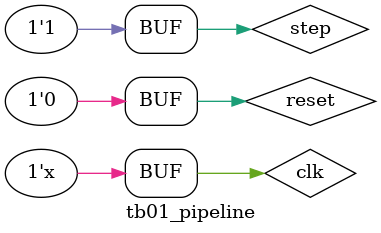
<source format=v>
`timescale 1ns / 1ps

module tb01_pipeline(
    );
    reg clk;
    reg reset;
    reg step;
    reg instruction_ready;
    reg [31:0] IM_instruction;
    // Instantiate the Unit Under Test (UUT)
    Pipeline uut (
        .clk(clk),
        .reset(reset),
        .step(step),
        .instruction_ready(instruction_ready),
        .IM_instruction(IM_instruction)
    );

    initial begin
        clk = 0;
        reset = 1;
        step=1;
        #40 reset = 0;
        
    end
    always #20 clk = ~clk;
endmodule
</source>
